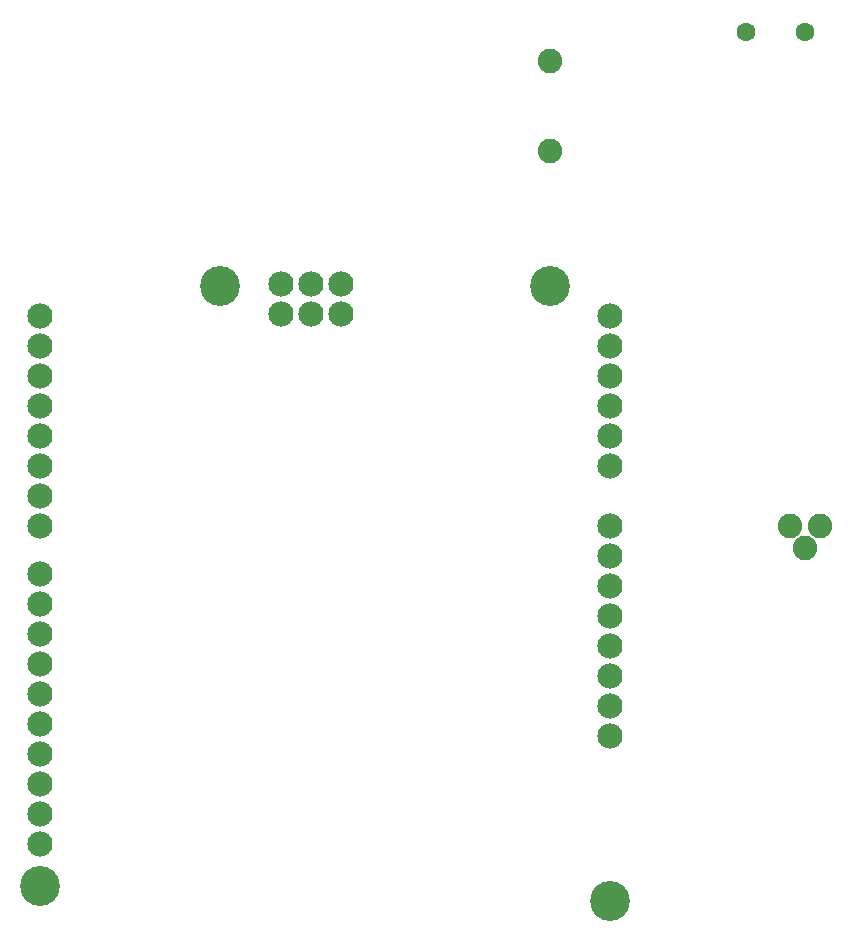
<source format=gbr>
G04 EAGLE Gerber RS-274X export*
G75*
%MOMM*%
%FSLAX34Y34*%
%LPD*%
%INSoldermask Top*%
%IPPOS*%
%AMOC8*
5,1,8,0,0,1.08239X$1,22.5*%
G01*
%ADD10C,3.378200*%
%ADD11C,2.133600*%
%ADD12C,1.603200*%
%ADD13C,2.082800*%


D10*
X-901700Y444500D03*
X-749300Y952500D03*
X-469900Y952500D03*
X-419100Y431800D03*
D11*
X-419100Y571500D03*
X-419100Y596900D03*
X-419100Y622300D03*
X-419100Y647700D03*
X-419100Y673100D03*
X-419100Y698500D03*
X-419100Y723900D03*
X-419100Y749300D03*
X-419100Y800100D03*
X-419100Y825500D03*
X-419100Y850900D03*
X-419100Y876300D03*
X-419100Y901700D03*
X-419100Y927100D03*
X-901700Y927100D03*
X-901700Y901700D03*
X-901700Y876300D03*
X-901700Y850900D03*
X-901700Y825500D03*
X-901700Y800100D03*
X-901700Y774700D03*
X-901700Y749300D03*
X-901700Y708660D03*
X-901700Y683260D03*
X-901700Y657860D03*
X-901700Y632460D03*
X-901700Y607060D03*
X-901700Y581660D03*
X-901700Y556260D03*
X-901700Y530860D03*
X-901700Y505460D03*
X-901700Y480060D03*
X-698000Y928500D03*
X-698000Y953900D03*
X-672600Y928500D03*
X-672600Y953900D03*
X-647200Y928500D03*
X-647200Y953900D03*
D12*
X-254400Y1167600D03*
X-304400Y1167600D03*
D13*
X-469900Y1066800D03*
X-469900Y1143000D03*
X-266700Y749300D03*
X-254000Y730250D03*
X-241300Y749300D03*
M02*

</source>
